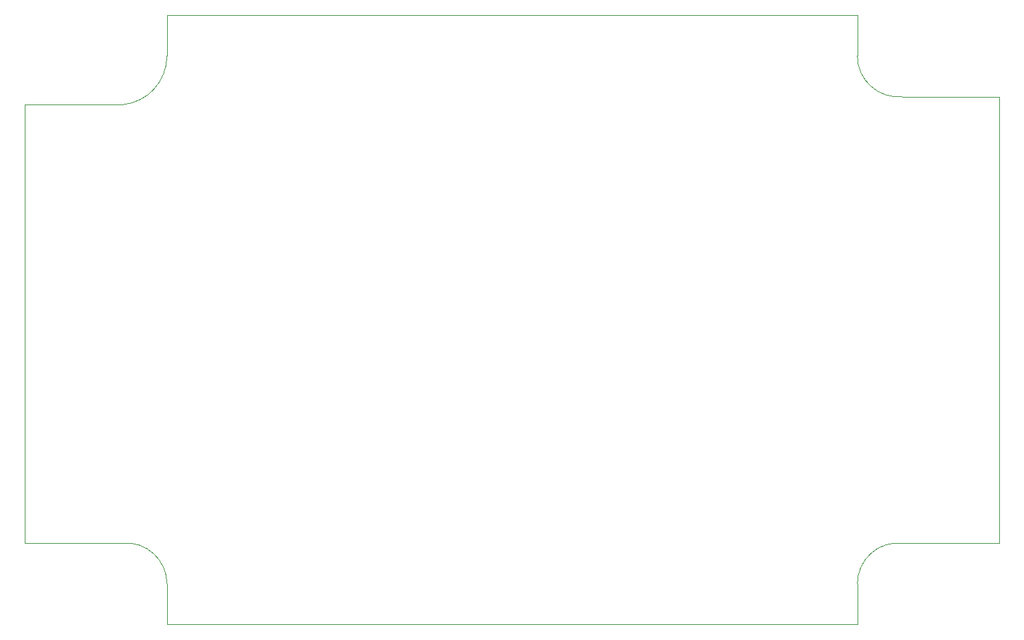
<source format=gbr>
%TF.GenerationSoftware,KiCad,Pcbnew,(6.0.10)*%
%TF.CreationDate,2023-01-23T18:05:53+00:00*%
%TF.ProjectId,bedberry_splitter,62656462-6572-4727-995f-73706c697474,rev?*%
%TF.SameCoordinates,Original*%
%TF.FileFunction,Profile,NP*%
%FSLAX46Y46*%
G04 Gerber Fmt 4.6, Leading zero omitted, Abs format (unit mm)*
G04 Created by KiCad (PCBNEW (6.0.10)) date 2023-01-23 18:05:53*
%MOMM*%
%LPD*%
G01*
G04 APERTURE LIST*
%TA.AperFunction,Profile*%
%ADD10C,0.100000*%
%TD*%
G04 APERTURE END LIST*
D10*
X67500000Y-120000000D02*
X67500000Y-125000000D01*
X152499970Y-55000000D02*
G75*
G03*
X158000000Y-60000000I5022730J0D01*
G01*
X170000000Y-60000000D02*
X158000000Y-60000000D01*
X67500000Y-50000000D02*
X152500000Y-50000000D01*
X152500000Y-125000000D02*
X152500000Y-120000000D01*
X50000000Y-61000000D02*
X62000000Y-61000000D01*
X50000000Y-115000000D02*
X62000000Y-115000000D01*
X152500000Y-50000000D02*
X152500000Y-55000000D01*
X67500000Y-125000000D02*
X150000000Y-125000000D01*
X50000000Y-61000000D02*
X50000000Y-115000000D01*
X157999997Y-115000030D02*
G75*
G03*
X152500000Y-120000000I-477297J-4999970D01*
G01*
X67500030Y-120000000D02*
G75*
G03*
X62000000Y-115000000I-5022730J0D01*
G01*
X150000000Y-125000000D02*
X152500000Y-125000000D01*
X67500000Y-55000000D02*
X67500000Y-50000000D01*
X170000000Y-60000000D02*
X170000000Y-115000000D01*
X61999998Y-60999975D02*
G75*
G03*
X67500000Y-55000000I-522698J5999975D01*
G01*
X170000000Y-115000000D02*
X158000000Y-115000000D01*
M02*

</source>
